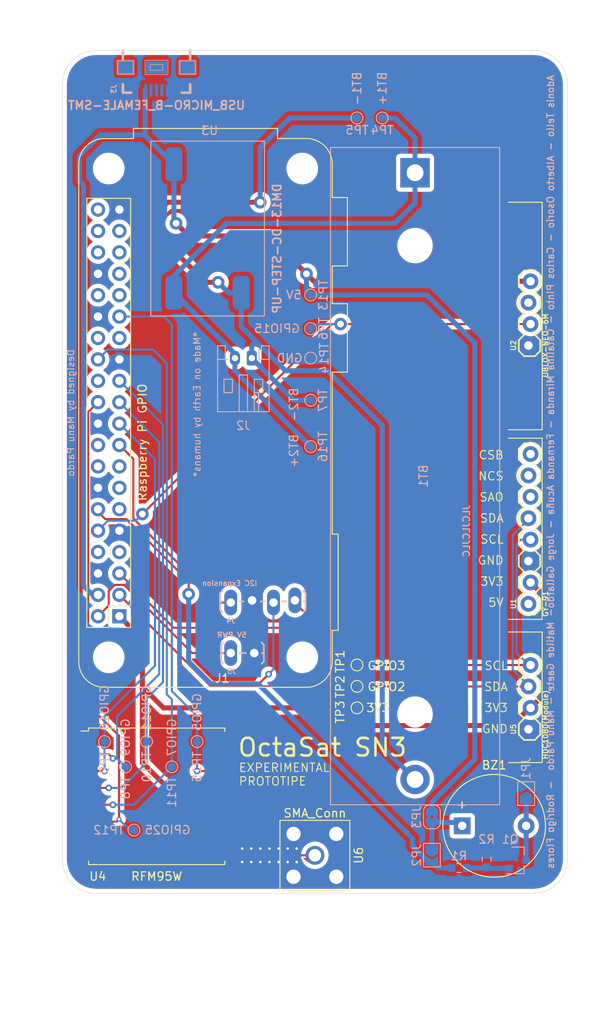
<source format=kicad_pcb>
(kicad_pcb (version 20171130) (host pcbnew 5.1.10-88a1d61d58~90~ubuntu21.04.1)
  (layers (0 F.Cu signal) (31 B.Cu signal) (34 B.Paste user) (35 F.Paste user) (36 B.SilkS user) (37 F.SilkS user) (38 B.Mask user) (39 F.Mask user) (44 Edge.Cuts user))
  (net 0 "")
  (net 1 GPIO18)
  (net 2 GPIO2)
  (net 3 5V)
  (net 4 GPIO3)
  (net 5 3V3)
  (net 6 GPIO15)
  (net 7 GPIO5)
  (net 8 GPIO25)
  (net 9 GPIO7)
  (net 10 RFM_ANT)
  (net 11 GND)
  (net 12 "Net-(J3-PadSHIE)")
  (net 13 SCLK)
  (net 14 MOSI)
  (net 15 MISO)
  (net 16 BT1-)
  (net 17 BT1+)
  (net 18 "Net-(BZ1-Pad1)")
  (net 19 "Net-(BZ1-Pad2)")
  (net 20 "Net-(Q1-Pad1)")
  (module Resistor_SMD:R_0603_1608Metric_Pad0.98x0.95mm_HandSolder (layer B.Cu) (at 160.9 128.4875 270)
    (fp_text reference R2 (at -2.3875 0) (layer B.SilkS) (effects (justify mirror)))
    (fp_text value R_Small)
    (pad 2 smd roundrect (at 0.9125 0 270) (size 0.975 0.95) (layers B.Cu B.Paste B.Mask) (net 20 "Net-(Q1-Pad1)"))
    (pad 1 smd roundrect (at -0.9125 0 270) (size 0.975 0.95) (layers B.Cu B.Paste B.Mask) (net 11 GND))
  )
  (module Resistor_SMD:R_0603_1608Metric_Pad0.98x0.95mm_HandSolder (layer B.Cu) (at 157.6125 129.5 180)
    (fp_text reference R1 (at 0 1.43) (layer B.SilkS) (effects (justify mirror)))
    (fp_text value R_Small)
    (pad 2 smd roundrect (at 0.9125 0 180) (size 0.975 0.95) (layers B.Cu B.Paste B.Mask) (net 1 GPIO18))
    (pad 1 smd roundrect (at -0.9125 0 180) (size 0.975 0.95) (layers B.Cu B.Paste B.Mask) (net 20 "Net-(Q1-Pad1)"))
  )
  (module Package_TO_SOT_SMD:SOT-23 (layer B.Cu) (at 164.6 128.6)
    (fp_text reference Q1 (at -0.9 -2.5) (layer B.SilkS) (effects (justify mirror)))
    (fp_text value DMG3404L)
    (pad 3 smd rect (at 1 0) (size 0.9 0.8) (layers B.Cu B.Paste B.Mask) (net 19 "Net-(BZ1-Pad2)"))
    (pad 2 smd rect (at -1 -0.95) (size 0.9 0.8) (layers B.Cu B.Paste B.Mask) (net 11 GND))
    (pad 1 smd rect (at -1 0.95) (size 0.9 0.8) (layers B.Cu B.Paste B.Mask) (net 20 "Net-(Q1-Pad1)"))
  )
  (module Jumper:SolderJumper-2_P1.3mm_Bridged2Bar_RoundedPad1.0x1.5mm (layer B.Cu) (at 154.4 123.45 270)
    (fp_text reference JP3 (at 0 1.8 90) (layer B.SilkS) (effects (justify mirror)))
    (fp_text value Jumper_NC_Small)
    (fp_poly (pts (xy -0.25 -0.2) (xy 0.25 -0.2) (xy 0.25 -0.6) (xy -0.25 -0.6)) (layer B.Cu) (width 0))
    (fp_poly (pts (xy -0.25 0.6) (xy 0.25 0.6) (xy 0.25 0.2) (xy -0.25 0.2)) (layer B.Cu) (width 0))
    (pad 1 smd custom (at -0.65 0 270) (size 1 0.5) (layers B.Cu B.Mask) (net 3 5V) (options (clearance outline) (anchor rect)) (primitives (gr_circle (center 0 -0.25) (end 0.5 -0.25) (width 0)) (gr_circle (center 0 0.25) (end 0.5 0.25) (width 0)) (gr_poly (pts (xy 0.5 -0.75) (xy 0.5 0.75) (xy 0 0.75) (xy 0 -0.75)) (width 0))))
    (pad 2 smd custom (at 0.65 0 270) (size 1 0.5) (layers B.Cu B.Mask) (net 18 "Net-(BZ1-Pad1)") (options (clearance outline) (anchor rect)) (primitives (gr_circle (center 0 -0.25) (end 0.5 -0.25) (width 0)) (gr_circle (center 0 0.25) (end 0.5 0.25) (width 0)) (gr_poly (pts (xy -0.5 -0.75) (xy -0.5 0.75) (xy 0 0.75) (xy 0 -0.75)) (width 0))))
  )
  (module Jumper:SolderJumper-2_P1.3mm_Open_TrianglePad1.0x1.5mm (layer B.Cu) (at 154.4 127.975 270)
    (fp_text reference JP2 (at 0 1.8 90) (layer B.SilkS) (effects (justify mirror)))
    (fp_text value Jumper_NO_Small)
    (pad 1 smd custom (at -0.725 0 270) (size 0.3 0.3) (layers B.Cu B.Mask) (net 18 "Net-(BZ1-Pad1)") (options (clearance outline) (anchor rect)) (primitives (gr_poly (pts (xy -0.5 0.75) (xy 0.5 0.75) (xy 1 0) (xy 0.5 -0.75) (xy -0.5 -0.75)) (width 0))))
    (pad 2 smd custom (at 0.725 0 270) (size 0.3 0.3) (layers B.Cu B.Mask) (net 1 GPIO18) (options (clearance outline) (anchor rect)) (primitives (gr_poly (pts (xy -0.65 0.75) (xy 0.5 0.75) (xy 0.5 -0.75) (xy -0.65 -0.75) (xy -0.15 0)) (width 0))))
  )
  (module Jumper:SolderJumper-2_P1.3mm_Open_TrianglePad1.0x1.5mm (layer B.Cu) (at 165.6 120.675 90)
    (fp_text reference JP1 (at 2.975 0 90) (layer B.SilkS) (effects (justify mirror)))
    (fp_text value Jumper_NO_Small)
    (pad 1 smd custom (at -0.725 0 90) (size 0.3 0.3) (layers B.Cu B.Mask) (net 19 "Net-(BZ1-Pad2)") (options (clearance outline) (anchor rect)) (primitives (gr_poly (pts (xy -0.5 0.75) (xy 0.5 0.75) (xy 1 0) (xy 0.5 -0.75) (xy -0.5 -0.75)) (width 0))))
    (pad 2 smd custom (at 0.725 0 90) (size 0.3 0.3) (layers B.Cu B.Mask) (net 11 GND) (options (clearance outline) (anchor rect)) (primitives (gr_poly (pts (xy -0.65 0.75) (xy 0.5 0.75) (xy 0.5 -0.75) (xy -0.65 -0.75) (xy -0.15 0)) (width 0))))
  )
  (module Connector_Coaxial:SMA_Amphenol_132203-12_Horizontal (layer F.Cu) (at 140.5 128 180)
    (fp_text reference U6 (at -5.2 0 90) (layer F.SilkS))
    (fp_text value SMA_Conn (at 0 5) (layer F.SilkS))
    (pad 2 thru_hole circle (at -2.54 2.54 180) (size 2.25 2.25) (drill 1.7) (layers *.Cu *.Mask) (net 11 GND))
    (pad 2 thru_hole circle (at -2.54 -2.54 180) (size 2.25 2.25) (drill 1.7) (layers *.Cu *.Mask) (net 11 GND))
    (pad 2 thru_hole circle (at 2.54 -2.54 180) (size 2.25 2.25) (drill 1.7) (layers *.Cu *.Mask) (net 11 GND))
    (pad 2 thru_hole circle (at 2.54 2.54 270) (size 2.25 2.25) (drill 1.7) (layers *.Cu *.Mask) (net 11 GND))
    (pad 1 thru_hole circle (at 0 0 180) (size 2.25 2.25) (drill 1.5) (layers *.Cu *.Mask) (net 10 RFM_ANT))
  )
  (module Sparkfun_Connectors:USB-B-MICRO-SMD (layer B.Cu) (at 121.683 34.5 270)
    (fp_text reference J3 (at 2.54 5.08 270) (layer B.SilkS) (effects (font (size 0.6096 0.6096) (thickness 0.127)) (justify mirror)))
    (fp_text value USB_MICRO-B_FEMALE-SMT (at 4.5 0 180) (layer B.SilkS) (effects (font (thickness 0.2)) (justify mirror)))
    (pad VBUS smd rect (at 2.72288 1.29794 180) (size 0.39878 1.4478) (layers B.Cu B.Paste B.Mask) (net 3 5V))
    (pad SHIE smd rect (at 0 0 180) (size 2.49936 1.4986) (layers B.Cu B.Paste B.Mask) (net 12 "Net-(J3-PadSHIE)"))
    (pad SHIE smd rect (at 0 -3.683 180) (size 1.79832 1.4986) (layers B.Cu B.Paste B.Mask) (net 12 "Net-(J3-PadSHIE)"))
    (pad SHIE smd rect (at 0 3.683 180) (size 1.79832 1.4986) (layers B.Cu B.Paste B.Mask) (net 12 "Net-(J3-PadSHIE)"))
    (pad ID smd rect (at 2.72288 -0.6477 180) (size 0.39878 1.4478) (layers B.Cu B.Paste B.Mask))
    (pad GND smd rect (at 2.72288 -1.29794 180) (size 0.39878 1.4478) (layers B.Cu B.Paste B.Mask) (net 11 GND))
    (pad D- smd rect (at 2.72288 0.6477 180) (size 0.39878 1.4478) (layers B.Cu B.Paste B.Mask))
    (pad D+ smd rect (at 2.72288 0 180) (size 0.39878 1.4478) (layers B.Cu B.Paste B.Mask))
  )
  (module Connector_JST:JST_PH_S2B-PH-K_1x02_P2.00mm_Horizontal (layer B.Cu) (at 133 69 180)
    (fp_text reference J2 (at 1 -8) (layer B.SilkS) (effects (justify mirror)))
    (fp_text value "Secondary Power Input" hide)
    (pad 2 thru_hole oval (at 2 0 180) (size 1.2 1.75) (drill 0.75) (layers *.Cu *.Mask) (net 17 BT1+))
    (pad 1 thru_hole roundrect (at 0 0 180) (size 1.2 1.75) (drill 0.75) (layers *.Cu *.Mask) (roundrect_rratio 0.2083325) (net 16 BT1-))
  )
  (module TestPoint:TestPoint_Pad_D1.0mm (layer B.Cu) (at 126.5 114.5)
    (fp_text reference TP15 (at 0 3 90) (layer B.SilkS) (effects (justify mirror)))
    (fp_text value GPIO5 (at 0 -3.5 90) (layer B.SilkS) (effects (justify mirror)))
    (pad 1 smd circle (at 0 0) (size 1 1) (layers B.Cu B.Mask) (net 7 GPIO5))
  )
  (module TestPoint:TestPoint_Pad_D1.0mm (layer B.Cu) (at 140 69 90)
    (fp_text reference TP14 (at 0 1.6 90) (layer B.SilkS) (effects (justify mirror)))
    (fp_text value GND (at 0 -2.5 180) (layer B.SilkS) (effects (justify mirror)))
    (pad 1 smd circle (at 0 0 90) (size 1 1) (layers B.Cu B.Mask) (net 11 GND))
  )
  (module TestPoint:TestPoint_Pad_D1.0mm (layer B.Cu) (at 140 61.5 90)
    (fp_text reference TP13 (at 0 1.5 90) (layer B.SilkS) (effects (justify mirror)))
    (fp_text value 5V (at 0 -2 180) (layer B.SilkS) (effects (justify mirror)))
    (pad 1 smd circle (at 0 0 90) (size 1 1) (layers B.Cu B.Mask) (net 3 5V))
  )
  (module TestPoint:TestPoint_Pad_D1.0mm (layer B.Cu) (at 119 125 180)
    (fp_text reference TP12 (at 3 0) (layer B.SilkS) (effects (justify mirror)))
    (fp_text value GPIO25 (at -4 0) (layer B.SilkS) (effects (justify mirror)))
    (pad 1 smd circle (at 0 0 180) (size 1 1) (layers B.Cu B.Mask) (net 8 GPIO25))
  )
  (module TestPoint:TestPoint_Pad_D1.0mm (layer B.Cu) (at 123.5 117.5)
    (fp_text reference TP11 (at 0 3 90) (layer B.SilkS) (effects (justify mirror)))
    (fp_text value GPIO7 (at 0 -3.5 90) (layer B.SilkS) (effects (justify mirror)))
    (pad 1 smd circle (at 0 0) (size 1 1) (layers B.Cu B.Mask) (net 9 GPIO7))
  )
  (module TestPoint:TestPoint_Pad_D1.0mm (layer B.Cu) (at 120.5 114.5)
    (fp_text reference TP10 (at 0 3 90) (layer B.SilkS) (effects (justify mirror)))
    (fp_text value GPIO11 (at 0 -4 90) (layer B.SilkS) (effects (justify mirror)))
    (pad 1 smd circle (at 0 0) (size 1 1) (layers B.Cu B.Mask) (net 13 SCLK))
  )
  (module TestPoint:TestPoint_Pad_D1.0mm (layer B.Cu) (at 115.5 114.5)
    (fp_text reference TP9 (at 0 2.5 90) (layer B.SilkS) (effects (justify mirror)))
    (fp_text value GPIO10 (at 0 -4 90) (layer B.SilkS) (effects (justify mirror)))
    (pad 1 smd circle (at 0 0) (size 1 1) (layers B.Cu B.Mask) (net 14 MOSI))
  )
  (module TestPoint:TestPoint_Pad_D1.0mm (layer B.Cu) (at 118 117.5)
    (fp_text reference TP8 (at 0 2.5 90) (layer B.SilkS) (effects (justify mirror)))
    (fp_text value GPIO9 (at 0 -3.5 90) (layer B.SilkS) (effects (justify mirror)))
    (pad 1 smd circle (at 0 0) (size 1 1) (layers B.Cu B.Mask) (net 15 MISO))
  )
  (module TestPoint:TestPoint_Pad_D1.0mm (layer B.Cu) (at 140 65.5 90)
    (fp_text reference TP6 (at 0 1.5 90) (layer B.SilkS) (effects (justify mirror)))
    (fp_text value GPIO15 (at 0 -4 180) (layer B.SilkS) (effects (justify mirror)))
    (pad 1 smd circle (at 0 0 90) (size 1 1) (layers B.Cu B.Mask) (net 6 GPIO15))
  )
  (module TestPoint:TestPoint_Pad_D1.0mm (layer F.Cu) (at 145.5 110.5)
    (fp_text reference TP3 (at -2 0.5 90) (layer F.SilkS))
    (fp_text value 3V3 (at 2.5 0) (layer F.SilkS))
    (pad 1 smd circle (at 0 0) (size 1 1) (layers F.Cu F.Mask) (net 5 3V3))
  )
  (module TestPoint:TestPoint_Pad_D1.0mm (layer F.Cu) (at 145.5 107.95)
    (fp_text reference TP2 (at -2 0.05 90) (layer F.SilkS))
    (fp_text value GPIO2 (at 3.5 0.05) (layer F.SilkS))
    (pad 1 smd circle (at 0 0) (size 1 1) (layers F.Cu F.Mask) (net 2 GPIO2))
  )
  (module TestPoint:TestPoint_Pad_D1.0mm (layer F.Cu) (at 145.5 105.41)
    (fp_text reference TP1 (at -2 -0.41 90) (layer F.SilkS))
    (fp_text value GPIO3 (at 3.5 0.09) (layer F.SilkS))
    (pad 1 smd circle (at 0 0) (size 1 1) (layers F.Cu F.Mask) (net 4 GPIO3))
  )
  (module Module:Raspberry_Pi_Zero_Socketed_THT_FaceDown_MountingHoles (layer B.Cu) (at 117.27 99.63)
    (fp_text reference J1 (at 12.23 7.37) (layer F.SilkS))
    (fp_text value "Raspberry Pi GPIO" (at 2.73 -20.63 90) (layer F.SilkS))
    (pad 6 thru_hole oval (at -2.54 -5.08) (size 1.7 1.7) (drill 1) (layers *.Cu *.Mask) (net 11 GND))
    (pad 3 thru_hole oval (at 0 -2.54) (size 1.7 1.7) (drill 1) (layers *.Cu *.Mask) (net 2 GPIO2))
    (pad 15 thru_hole oval (at 0 -17.78) (size 1.7 1.7) (drill 1) (layers *.Cu *.Mask))
    (pad 16 thru_hole oval (at -2.54 -17.78) (size 1.7 1.7) (drill 1) (layers *.Cu *.Mask))
    (pad 4 thru_hole oval (at -2.54 -2.54) (size 1.7 1.7) (drill 1) (layers *.Cu *.Mask) (net 3 5V))
    (pad 5 thru_hole oval (at 0 -5.08) (size 1.7 1.7) (drill 1) (layers *.Cu *.Mask) (net 4 GPIO3))
    (pad 2 thru_hole oval (at -2.54 0) (size 1.7 1.7) (drill 1) (layers *.Cu *.Mask) (net 3 5V))
    (pad 1 thru_hole rect (at 0 0) (size 1.7 1.7) (drill 1) (layers *.Cu *.Mask) (net 5 3V3))
    (pad 23 thru_hole oval (at 0 -27.94) (size 1.7 1.7) (drill 1) (layers *.Cu *.Mask) (net 13 SCLK))
    (pad 24 thru_hole oval (at -2.54 -27.94) (size 1.7 1.7) (drill 1) (layers *.Cu *.Mask))
    (pad 11 thru_hole oval (at 0 -12.7) (size 1.7 1.7) (drill 1) (layers *.Cu *.Mask))
    (pad 12 thru_hole oval (at -2.54 -12.7) (size 1.7 1.7) (drill 1) (layers *.Cu *.Mask) (net 1 GPIO18))
    (pad 27 thru_hole oval (at 0 -33.02) (size 1.7 1.7) (drill 1) (layers *.Cu *.Mask))
    (pad 28 thru_hole oval (at -2.54 -33.02) (size 1.7 1.7) (drill 1) (layers *.Cu *.Mask))
    (pad 13 thru_hole oval (at 0 -15.24) (size 1.7 1.7) (drill 1) (layers *.Cu *.Mask))
    (pad 14 thru_hole oval (at -2.54 -15.24) (size 1.7 1.7) (drill 1) (layers *.Cu *.Mask) (net 11 GND))
    (pad 9 thru_hole oval (at 0 -10.16) (size 1.7 1.7) (drill 1) (layers *.Cu *.Mask) (net 11 GND))
    (pad 10 thru_hole oval (at -2.54 -10.16) (size 1.7 1.7) (drill 1) (layers *.Cu *.Mask) (net 6 GPIO15))
    (pad 19 thru_hole oval (at 0 -22.86) (size 1.7 1.7) (drill 1) (layers *.Cu *.Mask) (net 14 MOSI))
    (pad 20 thru_hole oval (at -2.54 -22.86) (size 1.7 1.7) (drill 1) (layers *.Cu *.Mask) (net 11 GND))
    (pad 37 thru_hole oval (at 0 -45.72) (size 1.7 1.7) (drill 1) (layers *.Cu *.Mask))
    (pad 38 thru_hole oval (at -2.54 -45.72) (size 1.7 1.7) (drill 1) (layers *.Cu *.Mask))
    (pad 33 thru_hole oval (at 0 -40.64) (size 1.7 1.7) (drill 1) (layers *.Cu *.Mask))
    (pad 34 thru_hole oval (at -2.54 -40.64) (size 1.7 1.7) (drill 1) (layers *.Cu *.Mask) (net 11 GND))
    (pad 35 thru_hole oval (at 0 -43.18) (size 1.7 1.7) (drill 1) (layers *.Cu *.Mask))
    (pad 36 thru_hole oval (at -2.54 -43.18) (size 1.7 1.7) (drill 1) (layers *.Cu *.Mask))
    (pad 17 thru_hole oval (at 0 -20.32) (size 1.7 1.7) (drill 1) (layers *.Cu *.Mask) (net 5 3V3))
    (pad 18 thru_hole oval (at -2.54 -20.32) (size 1.7 1.7) (drill 1) (layers *.Cu *.Mask))
    (pad 31 thru_hole oval (at 0 -38.1) (size 1.7 1.7) (drill 1) (layers *.Cu *.Mask))
    (pad 32 thru_hole oval (at -2.54 -38.1) (size 1.7 1.7) (drill 1) (layers *.Cu *.Mask))
    (pad 7 thru_hole oval (at 0 -7.62) (size 1.7 1.7) (drill 1) (layers *.Cu *.Mask))
    (pad 8 thru_hole oval (at -2.54 -7.62) (size 1.7 1.7) (drill 1) (layers *.Cu *.Mask))
    (pad 29 thru_hole oval (at 0 -35.56) (size 1.7 1.7) (drill 1) (layers *.Cu *.Mask) (net 7 GPIO5))
    (pad 30 thru_hole oval (at -2.54 -35.56) (size 1.7 1.7) (drill 1) (layers *.Cu *.Mask) (net 11 GND))
    (pad 21 thru_hole oval (at 0 -25.4) (size 1.7 1.7) (drill 1) (layers *.Cu *.Mask) (net 15 MISO))
    (pad 22 thru_hole oval (at -2.54 -25.4) (size 1.7 1.7) (drill 1) (layers *.Cu *.Mask) (net 8 GPIO25))
    (pad 25 thru_hole oval (at 0 -30.48) (size 1.7 1.7) (drill 1) (layers *.Cu *.Mask) (net 11 GND))
    (pad 26 thru_hole oval (at -2.54 -30.48) (size 1.7 1.7) (drill 1) (layers *.Cu *.Mask) (net 9 GPIO7))
    (pad 39 thru_hole oval (at 0 -48.26) (size 1.7 1.7) (drill 1) (layers *.Cu *.Mask) (net 11 GND))
    (pad 40 thru_hole oval (at -2.54 -48.26) (size 1.7 1.7) (drill 1) (layers *.Cu *.Mask))
    (pad "" np_thru_hole circle (at -1.27 4.87 270) (size 2.75 2.75) (drill 2.75) (layers *.Cu *.Mask))
    (pad "" np_thru_hole circle (at 21.73 -53.13 270) (size 2.75 2.75) (drill 2.75) (layers *.Cu *.Mask))
    (pad "" np_thru_hole circle (at 21.73 4.87 270) (size 2.75 2.75) (drill 2.75) (layers *.Cu *.Mask))
    (pad "" np_thru_hole circle (at -1.27 -53.13 270) (size 2.75 2.75) (drill 2.75) (layers *.Cu *.Mask))
  )
  (module Battery:BatteryHolder_MPD_BH-18650-PC2 (layer B.Cu) (at 152.4 47 270)
    (fp_text reference BT1 (at 36 -1 270) (layer B.SilkS) (effects (justify mirror)))
    (fp_text value "3.7v 1S Li-ion")
    (pad 2 thru_hole circle (at 72 0 270) (size 3.5 3.5) (drill 2) (layers *.Cu *.Mask) (net 16 BT1-))
    (pad 1 thru_hole rect (at 0 0 270) (size 3.5 3.5) (drill 2) (layers *.Cu *.Mask) (net 17 BT1+))
    (pad "" np_thru_hole circle (at 8.645 0 270) (size 3.2 3.2) (drill 3.2) (layers *.Cu *.Mask))
    (pad "" np_thru_hole circle (at 64.255 0 270) (size 3.2 3.2) (drill 3.2) (layers *.Cu *.Mask))
  )
  (module Buzzer_Beeper:Buzzer_12x9.5RM7.6 (layer F.Cu) (at 158 124.5)
    (fp_text reference BZ1 (at 3.8 -7.2) (layer F.SilkS))
    (fp_text value Buzzer)
    (fp_text user + (at -0.01 -2.54) (layer F.SilkS))
    (pad 1 thru_hole rect (at 0 0) (size 2 2) (drill 1) (layers *.Cu *.Mask) (net 18 "Net-(BZ1-Pad1)"))
    (pad 2 thru_hole circle (at 7.6 0) (size 2 2) (drill 1) (layers *.Cu *.Mask) (net 19 "Net-(BZ1-Pad2)"))
  )
  (module footprints-cansat:DM13 (layer B.Cu) (at 128 53)
    (fp_text reference U3 (at 0 -11) (layer B.SilkS) (effects (justify mirror)))
    (fp_text value DM13-DC-STEP-UP (at 8 3 270) (layer B.SilkS) (effects (font (thickness 0.2)) (justify mirror)))
    (pad 1 smd roundrect (at -4.25 8.25) (size 2 4) (layers B.Cu B.Paste B.Mask) (net 17 BT1+))
    (pad 2 smd roundrect (at 3.75 8.25) (size 2 4) (layers B.Cu B.Paste B.Mask) (net 16 BT1-))
    (pad 3 smd roundrect (at -4.25 -7) (size 2 4) (layers B.Cu B.Paste B.Mask) (net 3 5V))
    (pad 4 smd roundrect (at 3.75 -7) (size 2 4) (layers B.Cu B.Paste B.Mask) (net 11 GND))
  )
  (module RF_Module:HOPERF_RFM9XW_SMD (layer F.Cu) (at 121.7 121)
    (fp_text reference U4 (at -7 9.5) (layer F.SilkS))
    (fp_text value RFM95W (at 0 9.5) (layer F.SilkS))
    (pad 1 smd rect (at -8 -7) (size 2 1) (layers F.Cu F.Paste F.Mask) (net 11 GND))
    (pad 2 smd rect (at -8 -5) (size 2 1) (layers F.Cu F.Paste F.Mask) (net 15 MISO))
    (pad 3 smd rect (at -8 -3) (size 2 1) (layers F.Cu F.Paste F.Mask) (net 14 MOSI))
    (pad 4 smd rect (at -8 -1) (size 2 1) (layers F.Cu F.Paste F.Mask) (net 13 SCLK))
    (pad 5 smd rect (at -8 1) (size 2 1) (layers F.Cu F.Paste F.Mask) (net 9 GPIO7))
    (pad 6 smd rect (at -8 3) (size 2 1) (layers F.Cu F.Paste F.Mask) (net 8 GPIO25))
    (pad 7 smd rect (at -8 5) (size 2 1) (layers F.Cu F.Paste F.Mask))
    (pad 8 smd rect (at -8 7) (size 2 1) (layers F.Cu F.Paste F.Mask) (net 11 GND))
    (pad 9 smd rect (at 8 7) (size 2 1) (layers F.Cu F.Paste F.Mask) (net 10 RFM_ANT))
    (pad 10 smd rect (at 8 5) (size 2 1) (layers F.Cu F.Paste F.Mask) (net 11 GND))
    (pad 11 smd rect (at 8 3) (size 2 1) (layers F.Cu F.Paste F.Mask))
    (pad 12 smd rect (at 8 1) (size 2 1) (layers F.Cu F.Paste F.Mask))
    (pad 13 smd rect (at 8 -1) (size 2 1) (layers F.Cu F.Paste F.Mask) (net 5 3V3))
    (pad 14 smd rect (at 8 -3) (size 2 1) (layers F.Cu F.Paste F.Mask) (net 7 GPIO5))
    (pad 15 smd rect (at 8 -5) (size 2 1) (layers F.Cu F.Paste F.Mask))
    (pad 16 smd rect (at 8 -7) (size 2 1) (layers F.Cu F.Paste F.Mask))
  )
  (module Sparkfun_Connectors:1X04_LOCK_LONGPADS (layer B.Cu) (at 130.5 98)
    (fp_text reference J4 (at 0 2.159) (layer B.SilkS) (effects (font (size 0.6096 0.6096) (thickness 0.127)) (justify mirror)))
    (fp_text value "I2C Expansion" (at -0.127 -2.286) (layer B.SilkS) (effects (font (size 0.6096 0.6096) (thickness 0.127)) (justify mirror)))
    (pad 1 thru_hole oval (at 0 0 180) (size 1.524 3.048) (drill 1.016) (layers *.Cu *.Mask) (net 5 3V3))
    (pad 2 thru_hole oval (at 2.54 -0.254 180) (size 1.524 3.048) (drill 1.016) (layers *.Cu *.Mask) (net 11 GND))
    (pad 3 thru_hole oval (at 5.08 0 180) (size 1.524 3.048) (drill 1.016) (layers *.Cu *.Mask) (net 2 GPIO2))
    (pad 4 thru_hole oval (at 7.62 -0.254 180) (size 1.524 3.048) (drill 1.016) (layers *.Cu *.Mask) (net 4 GPIO3))
  )
  (module Sparkfun_Connectors:1X02_LOCK_LONGPADS (layer B.Cu) (at 130.627 104)
    (fp_text reference J5 (at 0 2.159) (layer B.SilkS) (effects (font (size 0.6096 0.6096) (thickness 0.127)) (justify mirror)))
    (fp_text value "5V PWR" (at 0 -2.159) (layer B.SilkS) (effects (font (size 0.6096 0.6096) (thickness 0.127)) (justify mirror)))
    (pad 1 thru_hole oval (at -0.127 0 180) (size 1.524 3.048) (drill 1.016) (layers *.Cu *.Mask) (net 3 5V))
    (pad 2 thru_hole oval (at 2.667 0 180) (size 1.524 3.048) (drill 1.016) (layers *.Cu *.Mask) (net 11 GND))
  )
  (module TestPoint:TestPoint_Pad_D1.0mm (layer B.Cu) (at 148.5 40.5)
    (fp_text reference TP4 (at 0 1.448) (layer B.SilkS) (effects (justify mirror)))
    (fp_text value BT1+ (at 0 -3.5 90) (layer B.SilkS) (effects (justify mirror)))
    (pad 1 smd circle (at 0 0) (size 1 1) (layers B.Cu B.Mask) (net 17 BT1+))
  )
  (module TestPoint:TestPoint_Pad_D1.0mm (layer B.Cu) (at 145.5 40.5)
    (fp_text reference TP5 (at 0 1.448) (layer B.SilkS) (effects (justify mirror)))
    (fp_text value BT1- (at 0 -3.5 90) (layer B.SilkS) (effects (justify mirror)))
    (pad 1 smd circle (at 0 0) (size 1 1) (layers B.Cu B.Mask) (net 16 BT1-))
  )
  (module TestPoint:TestPoint_Pad_D1.0mm (layer B.Cu) (at 140 74 90)
    (fp_text reference TP7 (at 0 1.448 270) (layer B.SilkS) (effects (justify mirror)))
    (fp_text value BT2- (at -0.5 -2 270) (layer B.SilkS) (effects (justify mirror)))
    (pad 1 smd circle (at 0 0 90) (size 1 1) (layers B.Cu B.Mask) (net 16 BT1-))
  )
  (module TestPoint:TestPoint_Pad_D1.0mm (layer B.Cu) (at 140 79.5 90)
    (fp_text reference TP16 (at 0 1.448 270) (layer B.SilkS) (effects (justify mirror)))
    (fp_text value BT2+ (at -0.5 -2 270) (layer B.SilkS) (effects (justify mirror)))
    (pad 1 smd circle (at 0 0 90) (size 1 1) (layers B.Cu B.Mask) (net 17 BT1+))
  )
  (module Sparkfun_Connectors:1X08_LOCK (layer F.Cu) (at 166 98.16 90)
    (fp_text reference U1 (at 0 -1.905 90) (layer F.SilkS) (effects (font (size 0.6096 0.6096) (thickness 0.127))))
    (fp_text value GY-91 (at 0 1.905 90) (layer F.SilkS) (effects (font (size 0.6096 0.6096) (thickness 0.127))))
    (pad 1 thru_hole circle (at 0 -0.127 90) (size 1.8796 1.8796) (drill 1.016) (layers *.Cu *.Mask))
    (pad 2 thru_hole circle (at 2.54 0.127 90) (size 1.8796 1.8796) (drill 1.016) (layers *.Cu *.Mask) (net 5 3V3))
    (pad 3 thru_hole circle (at 5.08 -0.127 90) (size 1.8796 1.8796) (drill 1.016) (layers *.Cu *.Mask) (net 11 GND))
    (pad 4 thru_hole circle (at 7.62 0.127 90) (size 1.8796 1.8796) (drill 1.016) (layers *.Cu *.Mask) (net 4 GPIO3))
    (pad 5 thru_hole circle (at 10.16 -0.127 90) (size 1.8796 1.8796) (drill 1.016) (layers *.Cu *.Mask) (net 2 GPIO2))
    (pad 6 thru_hole circle (at 12.7 0.127 90) (size 1.8796 1.8796) (drill 1.016) (layers *.Cu *.Mask))
    (pad 7 thru_hole circle (at 15.24 -0.127 90) (size 1.8796 1.8796) (drill 1.016) (layers *.Cu *.Mask))
    (pad 8 thru_hole circle (at 17.78 0.127 90) (size 1.8796 1.8796) (drill 1.016) (layers *.Cu *.Mask))
  )
  (module Sparkfun_Connectors:1X04_LOCK (layer F.Cu) (at 166 67.5 90)
    (fp_text reference U2 (at 0 -1.905 90) (layer F.SilkS) (effects (font (size 0.6096 0.6096) (thickness 0.127))))
    (fp_text value UBLOX-NEO-6M (at 0 1.905 90) (layer F.SilkS) (effects (font (size 0.6096 0.6096) (thickness 0.127))))
    (pad 4 thru_hole circle (at 7.62 0.127 90) (size 1.8796 1.8796) (drill 1.016) (layers *.Cu *.Mask) (net 3 5V))
    (pad 3 thru_hole circle (at 5.08 -0.127 90) (size 1.8796 1.8796) (drill 1.016) (layers *.Cu *.Mask))
    (pad 2 thru_hole circle (at 2.54 0.127 90) (size 1.8796 1.8796) (drill 1.016) (layers *.Cu *.Mask) (net 6 GPIO15))
    (pad 1 thru_hole circle (at 0 -0.127 90) (size 1.8796 1.8796) (drill 1.016) (layers *.Cu *.Mask) (net 11 GND))
  )
  (module Sparkfun_Connectors:1X04_LOCK (layer F.Cu) (at 166 113.04 90)
    (fp_text reference U5 (at 0 -1.905 90) (layer F.SilkS) (effects (font (size 0.6096 0.6096) (thickness 0.127))))
    (fp_text value "HDC1080(Module)" (at 0.54 1.905 90) (layer F.SilkS) (effects (font (size 0.6096 0.6096) (thickness 0.127))))
    (pad 1 thru_hole circle (at 0 -0.127 90) (size 1.8796 1.8796) (drill 1.016) (layers *.Cu *.Mask) (net 11 GND))
    (pad 2 thru_hole circle (at 2.54 0.127 90) (size 1.8796 1.8796) (drill 1.016) (layers *.Cu *.Mask) (net 5 3V3))
    (pad 3 thru_hole circle (at 5.08 -0.127 90) (size 1.8796 1.8796) (drill 1.016) (layers *.Cu *.Mask) (net 2 GPIO2))
    (pad 4 thru_hole circle (at 7.62 0.127 90) (size 1.8796 1.8796) (drill 1.016) (layers *.Cu *.Mask) (net 4 GPIO3))
  )
  (gr_line (start 167.5 117) (end 163.5 117) (layer F.SilkS) (width 0.12))
  (gr_line (start 167.5 101.5) (end 167.5 117) (layer F.SilkS) (width 0.12))
  (gr_line (start 163.5 101.5) (end 167.5 101.5) (layer F.SilkS) (width 0.12))
  (gr_line (start 167.5 100) (end 163.5 100) (layer F.SilkS) (width 0.12))
  (gr_line (start 167.5 78.5) (end 167.5 100) (layer F.SilkS) (width 0.12))
  (gr_line (start 163.5 78.5) (end 167.5 78.5) (layer F.SilkS) (width 0.12))
  (gr_text CSB (at 163 80.5) (layer F.SilkS) (effects (font (size 1 1) (thickness 0.125)) (justify right)))
  (gr_text NCS (at 163 83) (layer F.SilkS) (effects (font (size 1 1) (thickness 0.125)) (justify right)))
  (gr_text SAO (at 163 85.5) (layer F.SilkS) (effects (font (size 1 1) (thickness 0.125)) (justify right)))
  (gr_text SDA (at 163 88) (layer F.SilkS) (effects (font (size 1 1) (thickness 0.125)) (justify right)))
  (gr_text SCL (at 163 90.5) (layer F.SilkS) (effects (font (size 1 1) (thickness 0.125)) (justify right)))
  (gr_text GND (at 163 93) (layer F.SilkS) (effects (font (size 1 1) (thickness 0.125)) (justify right)))
  (gr_text 3V3 (at 163 95.5) (layer F.SilkS) (effects (font (size 1 1) (thickness 0.125)) (justify right)))
  (gr_text 5V (at 163 98) (layer F.SilkS) (effects (font (size 1 1) (thickness 0.125)) (justify right)))
  (gr_text GND (at 163.5 113) (layer F.SilkS) (effects (font (size 1 1) (thickness 0.125)) (justify right)))
  (gr_text SCL (at 163.5 105.5) (layer F.SilkS) (effects (font (size 1 1) (thickness 0.125)) (justify right)))
  (gr_text SDA (at 163.5 108) (layer F.SilkS) (effects (font (size 1 1) (thickness 0.125)) (justify right)))
  (gr_text 3V3 (at 163.5 110.5) (layer F.SilkS) (effects (font (size 1 1) (thickness 0.125)) (justify right)))
  (gr_text JLCJLCJLC (at 158.5 89.5 90) (layer B.SilkS) (effects (font (size 0.8 0.8)) (justify mirror)))
  (gr_text "Adonis Tello - Alberto Osorio - Carlos Pinto - Catalina Miranda - Fernanda Acuña - Jorge Gallardo- Matilde Gaete - Manu Pardo  - Rodrigo Flores" (at 168.5 82.5 90) (layer B.SilkS) (effects (font (size 0.8 0.8)) (justify mirror)))
  (gr_text "EXPERIMENTAL\nPROTOTIPE" (at 131.4 118.4) (layer F.SilkS) (effects (font (size 1 1) (thickness 0.12)) (justify left)))
  (gr_text "OctaSat SN3" (at 131.2 115.2) (layer F.SilkS) (effects (font (size 2.1 2.1) (thickness 0.3)) (justify left)))
  (gr_text "Designed by Manu Pardo" (at 111.5 75.5 90) (layer B.SilkS) (effects (font (size 0.8 0.8) (thickness 0.125)) (justify mirror)))
  (gr_text "*Made on Earth by humans*" (at 126.5 74.5 90) (layer B.SilkS) (effects (font (size 0.8 0.8) (thickness 0.125)) (justify mirror)))
  (gr_line (start 167.5 50.5) (end 163.5 50.5) (layer F.SilkS) (width 0.12))
  (gr_line (start 167.5 77.5) (end 163.5 77.5) (layer F.SilkS) (width 0.12))
  (gr_line (start 167.5 50.5) (end 167.5 77.5) (layer F.SilkS) (width 0.12))
  (gr_arc (start 166.5 128.5) (end 166.5 132.5) (angle -90) (layer Edge.Cuts) (width 0.05))
  (gr_arc (start 114.5 128.5) (end 110.5 128.5) (angle -90) (layer Edge.Cuts) (width 0.05))
  (gr_arc (start 166.5 36.5) (end 170.5 36.5) (angle -90) (layer Edge.Cuts) (width 0.05))
  (gr_arc (start 114.5 36.5) (end 114.5 32.5) (angle -90) (layer Edge.Cuts) (width 0.05))
  (gr_line (start 166.5 132.5) (end 114.5 132.5) (layer Edge.Cuts) (width 0.05))
  (gr_line (start 170.5 36.5) (end 170.5 128.5) (layer Edge.Cuts) (width 0.05))
  (gr_line (start 114.5 32.5) (end 166.5 32.5) (layer Edge.Cuts) (width 0.05))
  (gr_line (start 110.5 128.5) (end 110.5 36.5) (layer Edge.Cuts) (width 0.05))
  (segment (start 125.5 99) (end 125.5 99) (width 0.6) (layer B.Cu) (net 1))
  (via (at 125.5 97) (size 1.5) (drill 0.8) (layers F.Cu B.Cu) (net 1))
  (segment (start 114.73 87.23) (end 114.73 86.93) (width 0.25) (layer F.Cu) (net 1))
  (segment (start 115.605001 88.105001) (end 114.73 87.23) (width 0.25) (layer F.Cu) (net 1))
  (segment (start 118.105001 88.105001) (end 115.605001 88.105001) (width 0.25) (layer F.Cu) (net 1))
  (segment (start 125.5 95.5) (end 118.105001 88.105001) (width 0.25) (layer F.Cu) (net 1))
  (segment (start 125.5 97) (end 125.5 95.5) (width 0.25) (layer F.Cu) (net 1))
  (segment (start 154.2 128.75001) (end 154.2 128.9) (width 0.6) (layer B.Cu) (net 1))
  (segment (start 153.942888 128.75001) (end 154.2 128.75001) (width 0.6) (layer B.Cu) (net 1))
  (segment (start 152.1 126.907122) (end 153.942888 128.75001) (width 0.6) (layer B.Cu) (net 1))
  (segment (start 152.1 126) (end 152.1 126.907122) (width 0.6) (layer B.Cu) (net 1))
  (segment (start 133.75 107.65) (end 152.1 126) (width 0.6) (layer B.Cu) (net 1))
  (segment (start 128.15 107.65) (end 133.75 107.65) (width 0.6) (layer B.Cu) (net 1))
  (segment (start 125.5 105) (end 128.15 107.65) (width 0.6) (layer B.Cu) (net 1))
  (segment (start 125.5 97) (end 125.5 105) (width 0.6) (layer B.Cu) (net 1))
  (segment (start 155.2 129.5) (end 154.45001 128.75001) (width 0.6) (layer B.Cu) (net 1))
  (segment (start 156.7 129.5) (end 155.2 129.5) (width 0.6) (layer B.Cu) (net 1))
  (segment (start 166 88) (end 164 90) (width 0.25) (layer B.Cu) (net 2))
  (segment (start 164 105.96) (end 166 107.96) (width 0.25) (layer B.Cu) (net 2))
  (segment (start 164 90) (end 164 105.96) (width 0.25) (layer B.Cu) (net 2))
  (segment (start 145.51 107.96) (end 145.5 107.95) (width 0.25) (layer F.Cu) (net 2))
  (segment (start 166 107.96) (end 145.51 107.96) (width 0.25) (layer F.Cu) (net 2))
  (segment (start 128.13 107.95) (end 117.27 97.09) (width 0.25) (layer F.Cu) (net 2))
  (segment (start 135.58 98) (end 135.58 105.92) (width 0.25) (layer B.Cu) (net 2))
  (segment (start 135.58 105.92) (end 135 106.5) (width 0.25) (layer B.Cu) (net 2))
  (segment (start 135 106.5) (end 135 106.5) (width 0.25) (layer B.Cu) (net 2))
  (via (at 135 106.5) (size 0.8) (drill 0.4) (layers F.Cu B.Cu) (net 2))
  (segment (start 134.05 107.45) (end 134.05 107.95) (width 0.25) (layer F.Cu) (net 2))
  (segment (start 134.05 107.95) (end 128.13 107.95) (width 0.25) (layer F.Cu) (net 2))
  (segment (start 135 106.5) (end 134.05 107.45) (width 0.25) (layer F.Cu) (net 2))
  (segment (start 145.5 107.95) (end 134.05 107.95) (width 0.25) (layer F.Cu) (net 2))
  (segment (start 123.75 46) (end 123.75 52.75) (width 0.6) (layer B.Cu) (net 3))
  (segment (start 123.75 52.75) (end 124 53) (width 0.6) (layer B.Cu) (net 3))
  (segment (start 124 53) (end 124 53) (width 0.6) (layer B.Cu) (net 3))
  (via (at 124 53) (size 1.5) (drill 0.8) (layers F.Cu B.Cu) (net 3))
  (segment (start 124 53) (end 125.5 54.5) (width 0.6) (layer F.Cu) (net 3))
  (segment (start 125.5 54.5) (end 135 54.5) (width 0.6) (layer F.Cu) (net 3))
  (segment (start 140.38 59.88) (end 166 59.88) (width 0.6) (layer F.Cu) (net 3))
  (segment (start 135 54.5) (end 139.5 59) (width 0.6) (layer F.Cu) (net 3))
  (segment (start 139.5 59) (end 140.38 59.88) (width 0.6) (layer F.Cu) (net 3))
  (via (at 139.5 59) (size 1.5) (drill 0.8) (layers F.Cu B.Cu) (net 3))
  (segment (start 140 61.5) (end 139.5 61) (width 0.6) (layer B.Cu) (net 3))
  (segment (start 139.5 61) (end 139.5 59) (width 0.6) (layer B.Cu) (net 3))
  (segment (start 116.705999 95.914999) (end 116 96.620998) (width 0.25) (layer F.Cu) (net 3))
  (segment (start 117.834001 95.914999) (end 116.705999 95.914999) (width 0.25) (layer F.Cu) (net 3))
  (segment (start 125.919002 104) (end 117.834001 95.914999) (width 0.25) (layer F.Cu) (net 3))
  (segment (start 130.5 104) (end 125.919002 104) (width 0.25) (layer F.Cu) (net 3))
  (segment (start 116 98.36) (end 114.73 99.63) (width 0.25) (layer F.Cu) (net 3))
  (segment (start 116 96.620998) (end 116 98.36) (width 0.25) (layer F.Cu) (net 3))
  (segment (start 120.335909 42.585909) (end 120.335909 37.22288) (width 0.6) (layer B.Cu) (net 3))
  (segment (start 123.75 46) (end 120.335909 42.585909) (width 0.6) (layer B.Cu) (net 3))
  (segment (start 120.25 42.5) (end 120.335909 42.585909) (width 0.6) (layer B.Cu) (net 3))
  (segment (start 112.5 48) (end 112.5 45) (width 0.6) (layer B.Cu) (net 3))
  (segment (start 112.5 45) (end 115 42.5) (width 0.6) (layer B.Cu) (net 3))
  (segment (start 113 48.5) (end 112.5 48) (width 0.6) (layer B.Cu) (net 3))
  (segment (start 115 42.5) (end 120.25 42.5) (width 0.6) (layer B.Cu) (net 3))
  (segment (start 113 96) (end 113 48.5) (width 0.6) (layer B.Cu) (net 3))
  (segment (start 114.09 97.09) (end 113 96) (width 0.6) (layer B.Cu) (net 3))
  (segment (start 114.73 97.09) (end 114.09 97.09) (width 0.6) (layer B.Cu) (net 3))
  (segment (start 154.4 121.7) (end 154.4 122.9) (width 0.6) (layer B.Cu) (net 3))
  (segment (start 159.5 116.6) (end 154.4 121.7) (width 0.6) (layer B.Cu) (net 3))
  (segment (start 159.5 67.2) (end 159.5 116.6) (width 0.6) (layer B.Cu) (net 3))
  (segment (start 153.8 61.5) (end 159.5 67.2) (width 0.6) (layer B.Cu) (net 3))
  (segment (start 140 61.5) (end 153.8 61.5) (width 0.6) (layer B.Cu) (net 3))
  (segment (start 145.51 105.42) (end 145.5 105.41) (width 0.25) (layer F.Cu) (net 4))
  (segment (start 166 105.42) (end 145.51 105.42) (width 0.25) (layer F.Cu) (net 4))
  (segment (start 145.5 105.41) (end 141.09 101) (width 0.25) (layer F.Cu) (net 4))
  (segment (start 123.72 101) (end 117.27 94.55) (width 0.25) (layer F.Cu) (net 4))
  (segment (start 141.09 101) (end 123.72 101) (width 0.25) (layer F.Cu) (net 4))
  (segment (start 138.12 98.03) (end 141.09 101) (width 0.25) (layer F.Cu) (net 4))
  (segment (start 138.12 97.746) (end 138.12 98.03) (width 0.25) (layer F.Cu) (net 4))
  (segment (start 166.127 90.54) (end 164.96 90.54) (width 0.25) (layer B.Cu) (net 4))
  (segment (start 164.45001 91.04999) (end 164.45001 103.95001) (width 0.25) (layer B.Cu) (net 4))
  (segment (start 164.96 90.54) (end 164.45001 91.04999) (width 0.25) (layer B.Cu) (net 4))
  (segment (start 165.92 105.42) (end 166.127 105.42) (width 0.25) (layer B.Cu) (net 4))
  (segment (start 164.45001 103.95001) (end 165.92 105.42) (width 0.25) (layer B.Cu) (net 4))
  (segment (start 120 102.36) (end 117.27 99.63) (width 0.6) (layer F.Cu) (net 5))
  (segment (start 147.600001 112.600001) (end 145.5 110.5) (width 0.6) (layer F.Cu) (net 5))
  (segment (start 163.899999 112.600001) (end 147.600001 112.600001) (width 0.6) (layer F.Cu) (net 5))
  (segment (start 166 110.5) (end 163.899999 112.600001) (width 0.6) (layer F.Cu) (net 5))
  (segment (start 122.5 110.5) (end 120 108) (width 0.6) (layer F.Cu) (net 5))
  (segment (start 145.5 110.5) (end 122.5 110.5) (width 0.6) (layer F.Cu) (net 5))
  (segment (start 120 108) (end 120 102.36) (width 0.6) (layer F.Cu) (net 5))
  (segment (start 120 117) (end 120 108) (width 0.6) (layer F.Cu) (net 5))
  (segment (start 118.924999 80.964999) (end 117.27 79.31) (width 0.25) (layer F.Cu) (net 5))
  (segment (start 118.924999 88.016001) (end 118.924999 80.964999) (width 0.25) (layer F.Cu) (net 5))
  (segment (start 128.908998 98) (end 118.924999 88.016001) (width 0.25) (layer F.Cu) (net 5))
  (segment (start 130.5 98) (end 128.908998 98) (width 0.25) (layer F.Cu) (net 5))
  (segment (start 129.5 120) (end 123 120) (width 0.6) (layer F.Cu) (net 5))
  (segment (start 123 120) (end 120 117) (width 0.6) (layer F.Cu) (net 5))
  (segment (start 166.127 110.5) (end 168.5 108.127) (width 0.6) (layer F.Cu) (net 5))
  (segment (start 168.5 97.993) (end 166.127 95.62) (width 0.6) (layer F.Cu) (net 5))
  (segment (start 168.5 108.127) (end 168.5 97.993) (width 0.6) (layer F.Cu) (net 5))
  (segment (start 166 64.96) (end 143.54 64.96) (width 0.25) (layer F.Cu) (net 6))
  (segment (start 142.54 64.96) (end 120 87.5) (width 0.25) (layer F.Cu) (net 6))
  (segment (start 120 87.5) (end 120 87.5) (width 0.25) (layer F.Cu) (net 6))
  (via (at 120 87.5) (size 1.5) (drill 0.8) (layers F.Cu B.Cu) (net 6))
  (segment (start 115.905001 88.294999) (end 114.73 89.47) (width 0.25) (layer B.Cu) (net 6))
  (segment (start 119.205001 88.294999) (end 115.905001 88.294999) (width 0.25) (layer B.Cu) (net 6))
  (segment (start 120 87.5) (end 119.205001 88.294999) (width 0.25) (layer B.Cu) (net 6))
  (segment (start 143.54 64.96) (end 142.54 64.96) (width 0.25) (layer F.Cu) (net 6))
  (via (at 143.54 64.96) (size 1.5) (drill 0.8) (layers F.Cu B.Cu) (net 6))
  (segment (start 140.54 64.96) (end 140 65.5) (width 0.25) (layer B.Cu) (net 6))
  (segment (start 143.54 64.96) (end 140.54 64.96) (width 0.25) (layer B.Cu) (net 6))
  (via (at 126.5 118) (size 0.8) (drill 0.4) (layers F.Cu B.Cu) (net 7))
  (segment (start 126.5 118) (end 126.5 114.5) (width 0.25) (layer B.Cu) (net 7))
  (segment (start 126.5 111.5) (end 123.5 108.5) (width 0.25) (layer B.Cu) (net 7))
  (segment (start 126.5 114.5) (end 126.5 111.5) (width 0.25) (layer B.Cu) (net 7))
  (segment (start 122.57 64.07) (end 123.5 65) (width 0.25) (layer B.Cu) (net 7))
  (segment (start 117.27 64.07) (end 122.57 64.07) (width 0.25) (layer B.Cu) (net 7))
  (segment (start 123.5 108.5) (end 123.5 65) (width 0.25) (layer B.Cu) (net 7))
  (segment (start 129.5 118) (end 126.5 118) (width 0.25) (layer F.Cu) (net 7))
  (segment (start 112.5 103) (end 112.5 106.890002) (width 0.25) (layer F.Cu) (net 8))
  (segment (start 112.5 106.890002) (end 113.554999 107.945001) (width 0.25) (layer F.Cu) (net 8))
  (segment (start 113.554999 101.945001) (end 112.5 103) (width 0.25) (layer F.Cu) (net 8))
  (segment (start 113.554999 75.405001) (end 113.554999 101.945001) (width 0.25) (layer F.Cu) (net 8))
  (segment (start 114.73 74.23) (end 113.554999 75.405001) (width 0.25) (layer F.Cu) (net 8))
  (segment (start 116.950002 124) (end 117.225001 123.725001) (width 0.25) (layer F.Cu) (net 8))
  (segment (start 113.5 124) (end 116.950002 124) (width 0.25) (layer F.Cu) (net 8))
  (segment (start 117.225001 123.725001) (end 117.225001 123.725001) (width 0.25) (layer F.Cu) (net 8))
  (via (at 117.225001 123.725001) (size 0.6) (drill 0.3) (layers F.Cu B.Cu) (net 8))
  (segment (start 118.5 125) (end 117.225001 123.725001) (width 0.25) (layer B.Cu) (net 8))
  (segment (start 119 125) (end 118.5 125) (width 0.25) (layer B.Cu) (net 8))
  (segment (start 117.225001 113.815003) (end 113.554999 110.145001) (width 0.25) (layer F.Cu) (net 8))
  (segment (start 117.225001 123.725001) (end 117.225001 113.815003) (width 0.25) (layer F.Cu) (net 8))
  (segment (start 113.554999 107.945001) (end 113.554999 110.145001) (width 0.25) (layer F.Cu) (net 8))
  (segment (start 123.5 109.5) (end 122.900019 108.900019) (width 0.25) (layer B.Cu) (net 9))
  (segment (start 123.5 117.5) (end 123.5 109.5) (width 0.25) (layer B.Cu) (net 9))
  (segment (start 114.73 69.15) (end 115.905001 67.974999) (width 0.25) (layer B.Cu) (net 9))
  (segment (start 121.275037 67.974999) (end 122.900019 69.599981) (width 0.25) (layer B.Cu) (net 9))
  (segment (start 115.905001 67.974999) (end 121.275037 67.974999) (width 0.25) (layer B.Cu) (net 9))
  (segment (start 122.900019 108.900019) (end 122.900019 69.599981) (width 0.25) (layer B.Cu) (net 9))
  (via (at 116.5 122) (size 0.8) (drill 0.4) (layers F.Cu B.Cu) (net 9))
  (segment (start 119 122) (end 116.5 122) (width 0.25) (layer B.Cu) (net 9))
  (segment (start 119 122) (end 123.5 117.5) (width 0.25) (layer B.Cu) (net 9))
  (segment (start 113.5 122) (end 116.5 122) (width 0.25) (layer F.Cu) (net 9))
  (segment (start 140 128.5) (end 140.5 128) (width 0.6) (layer F.Cu) (net 10))
  (segment (start 140.5 128) (end 129.7 128) (width 0.25) (layer F.Cu) (net 10))
  (via (at 131.86 128.8) (size 0.6) (drill 0.3) (layers F.Cu B.Cu) (net 11))
  (via (at 132.94 128.8) (size 0.6) (drill 0.3) (layers F.Cu B.Cu) (net 11))
  (via (at 134.02 128.8) (size 0.6) (drill 0.3) (layers F.Cu B.Cu) (net 11))
  (via (at 135.1 128.8) (size 0.6) (drill 0.3) (layers F.Cu B.Cu) (net 11))
  (via (at 136.18 128.8) (size 0.6) (drill 0.3) (layers F.Cu B.Cu) (net 11))
  (via (at 137.26 128.8) (size 0.6) (drill 0.3) (layers F.Cu B.Cu) (net 11))
  (via (at 138.34 128.8) (size 0.6) (drill 0.3) (layers F.Cu B.Cu) (net 11))
  (via (at 138.34 127.2) (size 0.6) (drill 0.3) (layers F.Cu B.Cu) (net 11))
  (via (at 137.26 127.2) (size 0.6) (drill 0.3) (layers F.Cu B.Cu) (net 11))
  (via (at 136.18 127.2) (size 0.6) (drill 0.3) (layers F.Cu B.Cu) (net 11))
  (via (at 135.1 127.2) (size 0.6) (drill 0.3) (layers F.Cu B.Cu) (net 11))
  (via (at 134.02 127.2) (size 0.6) (drill 0.3) (layers F.Cu B.Cu) (net 11))
  (via (at 132.94 127.2) (size 0.6) (drill 0.3) (layers F.Cu B.Cu) (net 11))
  (via (at 131.86 127.2) (size 0.6) (drill 0.3) (layers F.Cu B.Cu) (net 11))
  (segment (start 137.42 126) (end 137.96 125.46) (width 0.6) (layer F.Cu) (net 11))
  (via (at 116 120) (size 0.8) (drill 0.4) (layers F.Cu B.Cu) (net 13))
  (segment (start 120.5 117) (end 120.5 114.5) (width 0.25) (layer B.Cu) (net 13))
  (segment (start 120.5 109.400018) (end 122.450009 107.450009) (width 0.25) (layer B.Cu) (net 13))
  (segment (start 120.5 114.5) (end 120.5 109.400018) (width 0.25) (layer B.Cu) (net 13))
  (segment (start 122.450009 76.870009) (end 122.450009 107.450009) (width 0.25) (layer B.Cu) (net 13))
  (segment (start 117.27 71.69) (end 122.450009 76.870009) (width 0.25) (layer B.Cu) (net 13))
  (segment (start 116 120) (end 117.5 120) (width 0.25) (layer B.Cu) (net 13))
  (segment (start 117.5 120) (end 120.5 117) (width 0.25) (layer B.Cu) (net 13))
  (segment (start 113.5 120) (end 116 120) (width 0.25) (layer F.Cu) (net 13))
  (via (at 115.5 118) (size 0.8) (drill 0.4) (layers F.Cu B.Cu) (net 14))
  (segment (start 115.5 111.5) (end 121.5 105.5) (width 0.25) (layer B.Cu) (net 14))
  (segment (start 115.5 114.5) (end 115.5 111.5) (width 0.25) (layer B.Cu) (net 14))
  (segment (start 117.27 76.77) (end 121.5 81) (width 0.25) (layer B.Cu) (net 14))
  (segment (start 121.5 81) (end 121.5 105.5) (width 0.25) (layer B.Cu) (net 14))
  (segment (start 113.5 118) (end 115.5 118) (width 0.25) (layer F.Cu) (net 14))
  (segment (start 115.5 114.5) (end 115.5 118) (width 0.25) (layer B.Cu) (net 14))
  (via (at 116.5 116.5) (size 0.8) (drill 0.4) (layers F.Cu B.Cu) (net 15))
  (segment (start 117 116.5) (end 118 117.5) (width 0.25) (layer B.Cu) (net 15))
  (segment (start 116.5 116.5) (end 117 116.5) (width 0.25) (layer B.Cu) (net 15))
  (segment (start 117 111.5) (end 122 106.5) (width 0.25) (layer B.Cu) (net 15))
  (segment (start 117 116.5) (end 117 111.5) (width 0.25) (layer B.Cu) (net 15))
  (segment (start 122 78.96) (end 122 106.5) (width 0.25) (layer B.Cu) (net 15))
  (segment (start 117.27 74.23) (end 122 78.96) (width 0.25) (layer B.Cu) (net 15))
  (segment (start 116 116) (end 116.5 116.5) (width 0.25) (layer F.Cu) (net 15))
  (segment (start 113.5 116) (end 116 116) (width 0.25) (layer F.Cu) (net 15))
  (segment (start 131.75 61.25) (end 131.75 65.25) (width 0.6) (layer B.Cu) (net 16))
  (segment (start 145.5 40.5) (end 137.5 40.5) (width 0.6) (layer B.Cu) (net 16))
  (segment (start 137.5 40.5) (end 134 44) (width 0.6) (layer B.Cu) (net 16))
  (segment (start 134 44) (end 134 50.5) (width 0.6) (layer B.Cu) (net 16))
  (segment (start 134 50.5) (end 134 50.5) (width 0.6) (layer B.Cu) (net 16))
  (via (at 134 50.5) (size 1.5) (drill 0.8) (layers F.Cu B.Cu) (net 16))
  (segment (start 134 50.5) (end 123 50.5) (width 0.6) (layer F.Cu) (net 16))
  (segment (start 123 50.5) (end 122 51.5) (width 0.6) (layer F.Cu) (net 16))
  (segment (start 122 51.5) (end 122 52.850002) (width 0.6) (layer F.Cu) (net 16))
  (segment (start 122 52.850002) (end 122 54.5) (width 0.6) (layer F.Cu) (net 16))
  (segment (start 122 54.5) (end 127.5 60) (width 0.6) (layer F.Cu) (net 16))
  (segment (start 127.5 60) (end 129 60) (width 0.6) (layer F.Cu) (net 16))
  (segment (start 129 60) (end 129 60) (width 0.6) (layer F.Cu) (net 16))
  (via (at 129 60) (size 1.5) (drill 0.8) (layers F.Cu B.Cu) (net 16))
  (segment (start 130.25 61.25) (end 129 60) (width 0.6) (layer B.Cu) (net 16))
  (segment (start 131.75 61.25) (end 130.25 61.25) (width 0.6) (layer B.Cu) (net 16))
  (segment (start 133 67.5) (end 133.5 67) (width 0.6) (layer B.Cu) (net 16))
  (segment (start 133 69) (end 133 67.5) (width 0.6) (layer B.Cu) (net 16))
  (segment (start 131.75 65.25) (end 133.5 67) (width 0.6) (layer B.Cu) (net 16))
  (segment (start 138 74) (end 133 69) (width 0.6) (layer B.Cu) (net 16))
  (segment (start 140 74) (end 138 74) (width 0.6) (layer B.Cu) (net 16))
  (segment (start 148.5 115.1) (end 152.4 119) (width 0.6) (layer B.Cu) (net 16))
  (segment (start 148.5 77) (end 148.5 115.1) (width 0.6) (layer B.Cu) (net 16))
  (segment (start 142 70.5) (end 148.5 77) (width 0.6) (layer B.Cu) (net 16))
  (segment (start 137 70.5) (end 142 70.5) (width 0.6) (layer B.Cu) (net 16))
  (segment (start 133.5 67) (end 137 70.5) (width 0.6) (layer B.Cu) (net 16))
  (segment (start 123.75 61.25) (end 123.75 59.25) (width 0.6) (layer B.Cu) (net 17))
  (segment (start 123.75 59.25) (end 130 53) (width 0.6) (layer B.Cu) (net 17))
  (segment (start 130 53) (end 150 53) (width 0.6) (layer B.Cu) (net 17))
  (segment (start 148.5 40.5) (end 150 40.5) (width 0.6) (layer B.Cu) (net 17))
  (segment (start 131 68.5) (end 123.75 61.25) (width 0.6) (layer B.Cu) (net 17))
  (segment (start 131 69) (end 131 68.5) (width 0.6) (layer B.Cu) (net 17))
  (segment (start 131 70.5) (end 131 69) (width 0.6) (layer B.Cu) (net 17))
  (segment (start 140 79.5) (end 131 70.5) (width 0.6) (layer B.Cu) (net 17))
  (segment (start 152.4 42.9) (end 152.25 42.75) (width 0.6) (layer B.Cu) (net 17))
  (segment (start 152.4 47) (end 152.4 42.9) (width 0.6) (layer B.Cu) (net 17))
  (segment (start 150 40.5) (end 152.25 42.75) (width 0.6) (layer B.Cu) (net 17))
  (segment (start 152.4 50.6) (end 152.3 50.7) (width 0.6) (layer B.Cu) (net 17))
  (segment (start 152.4 47) (end 152.4 50.6) (width 0.6) (layer B.Cu) (net 17))
  (segment (start 150 53) (end 152.3 50.7) (width 0.6) (layer B.Cu) (net 17))
  (segment (start 157.6 124.1) (end 158 124.5) (width 0.6) (layer B.Cu) (net 18))
  (segment (start 154.4 124.1) (end 157.6 124.1) (width 0.6) (layer B.Cu) (net 18))
  (segment (start 154.3 124) (end 154.4 124.1) (width 0.6) (layer B.Cu) (net 18))
  (segment (start 154.4 124.1) (end 154.4 127.25) (width 0.6) (layer B.Cu) (net 18))
  (segment (start 165.6 128.6) (end 165.6 124.5) (width 0.6) (layer B.Cu) (net 19))
  (segment (start 165.6 124.5) (end 165.6 121.4) (width 0.6) (layer B.Cu) (net 19))
  (segment (start 161.05 129.55) (end 160.9 129.4) (width 0.6) (layer B.Cu) (net 20))
  (segment (start 163.6 129.55) (end 161.05 129.55) (width 0.6) (layer B.Cu) (net 20))
  (segment (start 160.8 129.5) (end 160.9 129.4) (width 0.6) (layer B.Cu) (net 20))
  (segment (start 158.525 129.5) (end 160.8 129.5) (width 0.6) (layer B.Cu) (net 20))
  (zone (net 10) (net_name RFM_ANT) (layer F.Cu) (priority 16962) (connect_pads yes (clearance 0.2)) (min_thickness 0.0254) (fill yes (arc_segments 32) (thermal_gap 0.508) (thermal_bridge_width 0.508) (smoothing fillet) (radius 2))
    (polygon (pts (xy 138.255 128.125) (xy 138.521832 128.13958) (xy 138.739623 128.180787) (xy 138.919148 128.244816) (xy 139.071185 128.327863) (xy 139.206509 128.426124) (xy 139.335897 128.535795) (xy 139.470126 128.653072) (xy 139.619973 128.774151) (xy 139.796213 128.895228) (xy 140.009624 129.0125) (xy 141.0625 128) (xy 140.009624 126.9875) (xy 139.796213 127.104771) (xy 139.619973 127.225848) (xy 139.470126 127.346927) (xy 139.335897 127.464204) (xy 139.206509 127.573875) (xy 139.071185 127.672136) (xy 138.919148 127.755183) (xy 138.739623 127.819212) (xy 138.521832 127.860419) (xy 138.255 127.875)))
  )
  (zone (net 0) (net_name "") (layer F.Cu) (connect_pads (clearance 0.508)) (min_thickness 0.254)
    (keepout (tracks allowed) (vias allowed) (copperpour not_allowed))
    (fill (arc_segments 32) (thermal_gap 0.508) (thermal_bridge_width 0.508))
    (polygon (pts (xy 140.5 127.675) (xy 140.548438 127.67863) (xy 140.595795 127.689439) (xy 140.641012 127.707186) (xy 140.683079 127.731473) (xy 140.721056 127.761759) (xy 140.754095 127.797366) (xy 140.781458 127.837501) (xy 140.802533 127.881265) (xy 140.816851 127.927681) (xy 140.824091 127.975713) (xy 140.824091 128.024287) (xy 140.816851 128.072319) (xy 140.802533 128.118735) (xy 140.781458 128.1625) (xy 140.754095 128.202634) (xy 140.721056 128.238241) (xy 140.683079 128.268527) (xy 140.641012 128.292814) (xy 140.595795 128.310561) (xy 140.548438 128.32137) (xy 140.5 128.325) (xy 129.7 128.325) (xy 129.651562 128.32137) (xy 129.604205 128.310561) (xy 129.558988 128.292814) (xy 129.516921 128.268527) (xy 129.478944 128.238241) (xy 129.445905 128.202634) (xy 129.418542 128.162499) (xy 129.397467 128.118735) (xy 129.383149 128.072319) (xy 129.375909 128.024287) (xy 129.375909 127.975713) (xy 129.383149 127.927681) (xy 129.397467 127.881265) (xy 129.418542 127.837501) (xy 129.445905 127.797366) (xy 129.478944 127.761759) (xy 129.516921 127.731473) (xy 129.558988 127.707186) (xy 129.604205 127.689439) (xy 129.651562 127.67863) (xy 129.7 127.675)))
  )
  (zone (net 11) (net_name GND) (layer F.Cu) (connect_pads yes (clearance 0.508)) (min_thickness 0.254) (fill yes (arc_segments 32) (thermal_gap 0.508) (thermal_bridge_width 0.508) (smoothing fillet) (radius 2))
    (polygon (pts (xy 170.5 132.5) (xy 110.5 132.5) (xy 110.5 32.5) (xy 170.5 32.5)))
  )
  (zone (net 11) (net_name GND) (layer B.Cu) (connect_pads yes (clearance 0.508)) (min_thickness 0.254) (fill yes (arc_segments 32) (thermal_gap 0.508) (thermal_bridge_width 0.508) (smoothing fillet) (radius 2))
    (polygon (pts (xy 170.5 132.5) (xy 110.5 132.5) (xy 110.5 32.5) (xy 170.5 32.5)))
  )
)
</source>
